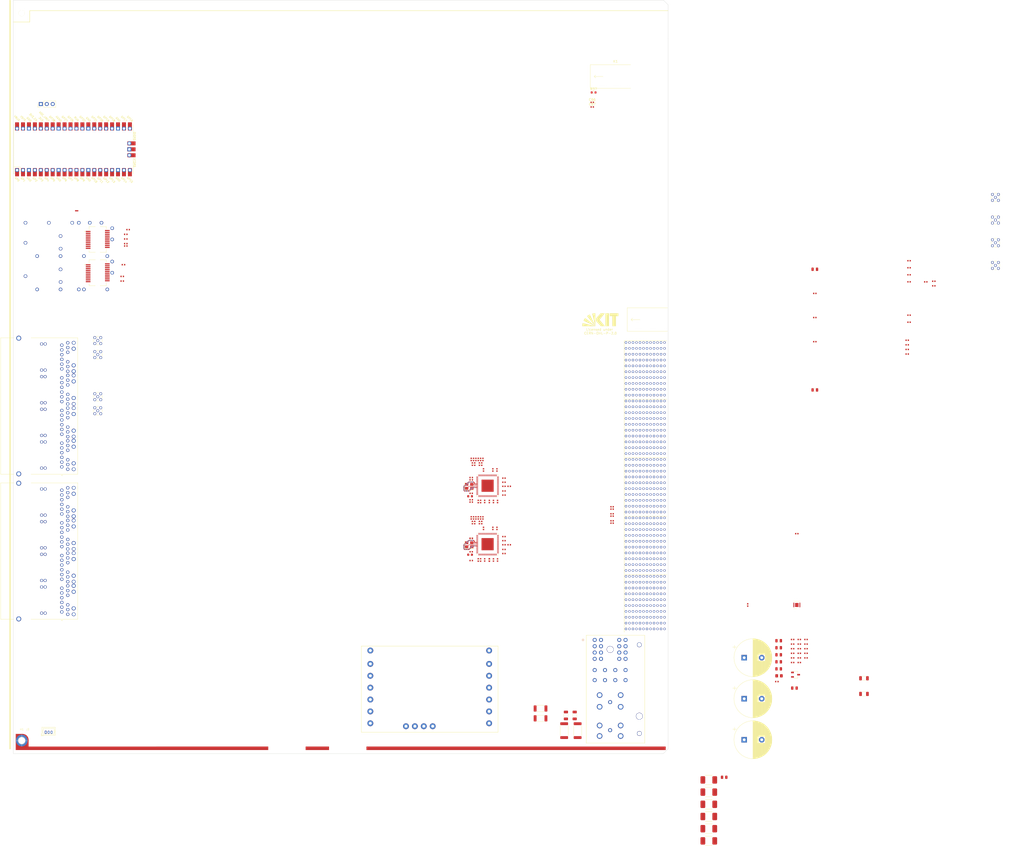
<source format=kicad_pcb>
(kicad_pcb (version 20221018) (generator pcbnew)
  (title_block (title "ATCA FBA Template") (date "2023-01-05") (rev "1.0") (company "Karlsruhe Institute of Technology (KIT)") (comment 1 "Carsten Schmerbeck") (comment 2 "Luis Ardila") (comment 4 "Licensed under CERN-OHL-P v2"))
  (layers (0 "F.Cu" signal) (1 "In1.Cu" power "In1_GND.Cu") (2 "In2.Cu" signal) (3 "In3.Cu" power "In3_GND.Cu") (4 "In4.Cu" signal) (5 "In5.Cu" power "In5_PWR.Cu") (6 "In6.Cu" power "In6_PWR.Cu") (7 "In7.Cu" signal) (8 "In8.Cu" power "In8_GND.Cu") (9 "In9.Cu" signal) (10 "In10.Cu" power "In10_GND.Cu") (31 "B.Cu" signal) (34 "B.Paste" user) (35 "F.Paste" user) (36 "B.SilkS" user "B.Silkscreen") (37 "F.SilkS" user "F.Silkscreen") (38 "B.Mask" user) (39 "F.Mask" user) (44 "Edge.Cuts" user))
  (net 0 "")
  (net 64 "GND")
  (net 65 "GNDPWR")
  (net 67 "/Z2_FI3.TCDS2_RX_P")
  (net 68 "/J22/TCDS2_RX_P")
  (net 69 "/J22/TCDS2_RX_N")
  (net 70 "/Z2_FI3.10GbE_RX_P")
  (net 71 "/J22/10GbE_RX_P")
  (net 72 "/Z2_FI3.10GbE_RX_N")
  (net 73 "/J22/10GbE_RX_N")
  (net 74 "/Z2_FI3.LVDS_RX_P")
  (net 75 "/J22/LVDS_RX_P")
  (net 76 "/Z2_FI3.LVDS_RX_N")
  (net 77 "/J22/LVDS_RX_N")
  (net 78 "/Z2_FI13.TCDS2_P")
  (net 79 "/Z2_FI13.TCDS2_N")
  (net 80 "/Z2_FI13.LHC_CLK_HQ_P")
  (net 81 "/Z2_FI13.LHC_CLK_HQ_N")
  (net 82 "/Z2_FI13.LHC_CLK_P")
  (net 83 "/Z2_FI13.LHC_CLK_N")
  (net 84 "/Z2_FI13.10GbE_P")
  (net 85 "/Z2_FI13.10GbE_N")
  (net 86 "/Z2_FI13.LVDS_P")
  (net 87 "/Z2_FI13.LVDS_N")
  (net 88 "/Z2_FI12.TCDS2_P")
  (net 89 "/Z2_FI12.TCDS2_N")
  (net 90 "/Z2_FI12.LHC_CLK_HQ_P")
  (net 91 "/Z2_FI12.LHC_CLK_HQ_N")
  (net 92 "/Z2_FI12.LHC_CLK_P")
  (net 93 "/Z2_FI12.LHC_CLK_N")
  (net 94 "/Z2_FI12.10GbE_P")
  (net 95 "/Z2_FI12.10GbE_N")
  (net 96 "/Z2_FI12.LVDS_P")
  (net 97 "/Z2_FI12.LVDS_N")
  (net 98 "/Z2_FI11.TCDS2_P")
  (net 99 "/Z2_FI11.TCDS2_N")
  (net 100 "/Z2_FI11.LHC_CLK_HQ_P")
  (net 101 "/Z2_FI11.LHC_CLK_HQ_N")
  (net 102 "/Z2_FI11.LHC_CLK_P")
  (net 103 "/Z2_FI11.LHC_CLK_N")
  (net 104 "/Z2_FI11.10GbE_P")
  (net 105 "/Z2_FI11.10GbE_N")
  (net 106 "/Z2_FI11.LVDS_P")
  (net 107 "/Z2_FI11.LVDS_N")
  (net 108 "/Z2_FI10.TCDS2_P")
  (net 109 "/Z2_FI10.TCDS2_N")
  (net 110 "/Z2_FI10.LHC_CLK_HQ_P")
  (net 111 "/Z2_FI10.LHC_CLK_HQ_N")
  (net 112 "/Z2_FI10.LHC_CLK_P")
  (net 113 "/Z2_FI10.LHC_CLK_N")
  (net 114 "/Z2_FI10.10GbE_P")
  (net 115 "/Z2_FI10.10GbE_N")
  (net 116 "/Z2_FI10.LVDS_P")
  (net 117 "/Z2_FI10.LVDS_N")
  (net 118 "/Z2_FI9.TCDS2_P")
  (net 119 "/Z2_FI9.TCDS2_N")
  (net 120 "/Z2_FI9.LHC_CLK_HQ_P")
  (net 121 "/Z2_FI9.LHC_CLK_HQ_N")
  (net 122 "/Z2_FI9.LHC_CLK_P")
  (net 123 "/Z2_FI9.LHC_CLK_N")
  (net 124 "/Z2_FI9.10GbE_P")
  (net 125 "/Z2_FI9.10GbE_N")
  (net 126 "/Z2_FI9.LVDS_P")
  (net 127 "/Z2_FI9.LVDS_N")
  (net 128 "/Z2_FI8.TCDS2_P")
  (net 129 "/Z2_FI8.TCDS2_N")
  (net 130 "/Z2_FI8.LHC_CLK_HQ_P")
  (net 131 "/Z2_FI8.LHC_CLK_HQ_N")
  (net 132 "/Z2_FI8.LHC_CLK_P")
  (net 133 "/Z2_FI8.LHC_CLK_N")
  (net 134 "/Z2_FI8.10GbE_P")
  (net 135 "/Z2_FI8.10GbE_N")
  (net 136 "/Z2_FI8.LVDS_P")
  (net 137 "/Z2_FI8.LVDS_N")
  (net 138 "/Z2_FI7.TCDS2_P")
  (net 139 "/Z2_FI7.TCDS2_N")
  (net 140 "/Z2_FI7.LHC_CLK_HQ_P")
  (net 141 "/Z2_FI7.LHC_CLK_HQ_N")
  (net 142 "/Z2_FI7.LHC_CLK_P")
  (net 143 "/Z2_FI7.LHC_CLK_N")
  (net 144 "/Z2_FI7.10GbE_P")
  (net 145 "/Z2_FI7.10GbE_N")
  (net 146 "/Z2_FI7.LVDS_P")
  (net 147 "/Z2_FI7.LVDS_N")
  (net 148 "/Z2_FI6.TCDS2_P")
  (net 149 "/Z2_FI6.TCDS2_N")
  (net 150 "/Z2_FI6.LHC_CLK_HQ_P")
  (net 151 "/Z2_FI6.LHC_CLK_HQ_N")
  (net 152 "/Z2_FI6.LHC_CLK_P")
  (net 153 "/Z2_FI6.LHC_CLK_N")
  (net 154 "/Z2_FI6.10GbE_P")
  (net 155 "/Z2_FI6.10GbE_N")
  (net 156 "/Z2_FI6.LVDS_P")
  (net 157 "/Z2_FI6.LVDS_N")
  (net 158 "/Z2_FI5.TCDS2_P")
  (net 159 "/Z2_FI5.TCDS2_N")
  (net 160 "/Z2_FI5.LHC_CLK_HQ_P")
  (net 161 "/Z2_FI5.LHC_CLK_HQ_N")
  (net 162 "/Z2_FI5.LHC_CLK_P")
  (net 163 "/Z2_FI5.LHC_CLK_N")
  (net 164 "/Z2_FI5.10GbE_P")
  (net 165 "/Z2_FI5.10GbE_N")
  (net 166 "/Z2_FI5.LVDS_P")
  (net 167 "/Z2_FI5.LVDS_N")
  (net 168 "/Z2_FI4.TCDS2_P")
  (net 169 "/Z2_FI4.TCDS2_N")
  (net 170 "/Z2_FI4.LHC_CLK_HQ_P")
  (net 171 "/Z2_FI4.LHC_CLK_HQ_N")
  (net 172 "/Z2_FI4.LHC_CLK_P")
  (net 173 "/Z2_FI4.LHC_CLK_N")
  (net 174 "/Z2_FI4.10GbE_P")
  (net 175 "/Z2_FI4.10GbE_N")
  (net 176 "/mech/ESD1")
  (net 177 "/mech/ESD2")
  (net 178 "/Z2_FI4.LVDS_P")
  (net 179 "/Z2_FI4.LVDS_N")
  (net 180 "/Z2_FI3.TCDS2_TX_P")
  (net 181 "/Z2_FI3.TCDS2_TX_N")
  (net 182 "/Z2_FI3.LHC_CLK_HQ_P")
  (net 183 "/Z2_FI3.LHC_CLK_HQ_N")
  (net 184 "/Z2_FI3.LHC_CLK_P")
  (net 185 "/Z2_FI3.LHC_CLK_N")
  (net 186 "/Z2_FI3.10GbE_TX_P")
  (net 187 "/Z2_FI3.10GbE_TX_N")
  (net 188 "/Z2_FI3.LVDS_TX_P")
  (net 189 "/Z2_FI3.LVDS_TX_N")
  (net 190 "/Z2_FI2.TCDS2_P")
  (net 191 "/Z2_FI2.TCDS2_N")
  (net 192 "/Z2_FI2.LHC_CLK_HQ_P")
  (net 193 "/Z2_FI2.LHC_CLK_HQ_N")
  (net 194 "/Z2_FI2.LHC_CLK_P")
  (net 195 "/Z2_FI2.LHC_CLK_N")
  (net 196 "/Z2_FI2.10GbE_P")
  (net 197 "/Z2_FI2.10GbE_N")
  (net 198 "/Z2_FI2.LVDS_P")
  (net 199 "/Z2_FI2.LVDS_N")
  (net 200 "/Z2_FI1.TCDS2_P")
  (net 201 "/Z2_FI1.TCDS2_N")
  (net 202 "/Z2_FI1.LHC_CLK_HQ_P")
  (net 203 "/Z2_FI1.LHC_CLK_HQ_N")
  (net 204 "/Z2_FI1.LHC_CLK_P")
  (net 205 "/Z2_FI1.LHC_CLK_N")
  (net 206 "/Z2_FI1.10GbE_P")
  (net 207 "/Z2_FI1.10GbE_N")
  (net 208 "/Z2_FI1.LVDS_P")
  (net 209 "/Z2_FI1.LVDS_N")
  (net 210 "/Z2_BI1.A_P")
  (net 211 "/Z2_BI1.A_N")
  (net 212 "/Z2_BI1.B_P")
  (net 213 "/Z2_BI1.B_N")
  (net 214 "/Z2_BI1.C_P")
  (net 215 "/Z2_BI1.C_N")
  (net 216 "/Z2_BI1.D_P")
  (net 217 "/Z2_BI1.D_N")
  (net 218 "/Z2_BI2.A_P")
  (net 219 "/Z2_BI2.A_N")
  (net 220 "/Z2_BI2.B_P")
  (net 221 "/Z2_BI2.B_N")
  (net 222 "/Z2_BI2.C_P")
  (net 223 "/Z2_BI2.C_N")
  (net 224 "/Z2_BI2.D_P")
  (net 225 "/Z2_BI2.D_N")
  (net 226 "/Z2_BI3.A_P")
  (net 227 "/Z2_BI3.A_N")
  (net 228 "/Z2_BI3.B_P")
  (net 229 "/Z2_BI3.B_N")
  (net 230 "/Z2_BI3.C_P")
  (net 231 "/Z2_BI3.C_N")
  (net 232 "/Z2_BI3.D_P")
  (net 233 "/Z2_BI3.D_N")
  (net 234 "/Z2_BI4.A_P")
  (net 235 "/Z2_BI4.A_N")
  (net 236 "/Z2_BI4.B_P")
  (net 237 "/Z2_BI4.B_N")
  (net 238 "/Z2_BI4.C_P")
  (net 239 "/Z2_BI4.C_N")
  (net 240 "/Z2_BI4.D_P")
  (net 241 "/Z2_BI4.D_N")
  (net 242 "/Z2_BI5.A_P")
  (net 243 "/Z2_BI5.A_N")
  (net 244 "/Z2_BI5.B_P")
  (net 245 "/Z2_BI5.B_N")
  (net 246 "/Z2_BI5.C_P")
  (net 247 "/Z2_BI5.C_N")
  (net 248 "/Z2_BI5.D_P")
  (net 249 "/Z2_BI5.D_N")
  (net 250 "/Z2_BI6.A_P")
  (net 251 "/Z2_BI6.A_N")
  (net 252 "/Z2_BI6.B_P")
  (net 253 "/Z2_BI6.B_N")
  (net 254 "/Z2_BI6.C_P")
  (net 255 "/Z2_BI6.C_N")
  (net 256 "/Z2_BI6.D_P")
  (net 257 "/Z2_BI6.D_N")
  (net 258 "/Z2_BI7.A_P")
  (net 259 "/Z2_BI7.A_N")
  (net 260 "/Z2_BI7.B_P")
  (net 261 "/Z2_BI7.B_N")
  (net 262 "/Z2_BI7.C_P")
  (net 263 "/Z2_BI7.C_N")
  (net 264 "/Z2_BI7.D_P")
  (net 265 "/Z2_BI7.D_N")
  (net 266 "/Z2_BI8.A_P")
  (net 267 "/Z2_BI8.A_N")
  (net 268 "/Z2_BI8.B_P")
  (net 269 "/Z2_BI8.B_N")
  (net 270 "/Z2_BI8.C_P")
  (net 271 "/Z2_BI8.C_N")
  (net 272 "/Z2_BI8.D_P")
  (net 273 "/Z2_BI8.D_N")
  (net 276 "Net-(C7-Pad2)")
  (net 277 "/LHC_CLK/IN0_P")
  (net 279 "/LHC_CLK/IN0_N")
  (net 280 "Net-(C10-Pad2)")
  (net 281 "/LHC_CLK/IN3_P")
  (net 282 "/LHC_CLK/IN3_N")
  (net 283 "+1V8")
  (net 284 "/LHC_CLK/+VDDA")
  (net 285 "Net-(C26-Pad2)")
  (net 286 "Net-(C27-Pad2)")
  (net 289 "/LHC_CLK_HQ/IN0_P")
  (net 290 "/LHC_CLK_HQ/IN0_N")
  (net 291 "/LHC_CLK_HQ/FB_CLK_P")
  (net 292 "/LHC_CLK_HQ/IN3_P")
  (net 293 "/LHC_CLK_HQ/FB_CLK_N")
  (net 294 "/LHC_CLK_HQ/IN3_N")
  (net 295 "/LHC_CLK_HQ/+VDDA")
  (net 296 "Net-(U5-SS)")
  (net 297 "Net-(J1A-TRCT1_1)")
  (net 298 "Net-(J1A-TRCT2_1)")
  (net 299 "Net-(J1A-TRCT3_1)")
  (net 300 "Net-(J1A-TRCT4_1)")
  (net 302 "/ATCA_Z1/PIM400_VRET_A")
  (net 304 "/ATCA_Z1/PIM400_-48V_A")
  (net 305 "/ATCA_Z1/PIM400_VRET_B")
  (net 306 "/ATCA_Z1/PIM400_-48V_B")
  (net 308 "/ATCA_Z1/PIM400_Shield_Plane")
  (net 398 "Net-(J1B-TRCT1_2)")
  (net 399 "+5V")
  (net 400 "Net-(J1B-TRCT2_2)")
  (net 401 "Net-(J1B-TRCT3_2)")
  (net 402 "Net-(J1B-TRCT4_2)")
  (net 403 "Net-(J1D-TRCT1_4)")
  (net 404 "Net-(J1D-TRCT2_4)")
  (net 405 "Net-(J1D-TRCT3_4)")
  (net 406 "Net-(J1D-TRCT4_4)")
  (net 407 "Net-(J1C-TRCT1_3)")
  (net 408 "Net-(J1C-TRCT2_3)")
  (net 409 "Net-(J1C-TRCT3_3)")
  (net 410 "/ATCA_Z1/V_HLDP")
  (net 411 "Net-(J1C-TRCT4_3)")
  (net 412 "Net-(J2A-TRCT1_1)")
  (net 413 "Net-(J2A-TRCT2_1)")
  (net 414 "Net-(J2A-TRCT3_1)")
  (net 415 "Net-(J2A-TRCT4_1)")
  (net 416 "Net-(J2B-TRCT1_2)")
  (net 417 "Net-(J2B-TRCT2_2)")
  (net 418 "Net-(J2B-TRCT3_2)")
  (net 419 "Net-(J2B-TRCT4_2)")
  (net 420 "Net-(J2D-TRCT1_4)")
  (net 421 "Net-(J2D-TRCT2_4)")
  (net 422 "Net-(J2D-TRCT3_4)")
  (net 423 "Net-(J2D-TRCT4_4)")
  (net 424 "Net-(J2C-TRCT1_3)")
  (net 425 "Net-(J2C-TRCT2_3)")
  (net 426 "Net-(J2C-TRCT3_3)")
  (net 427 "Net-(J2C-TRCT4_3)")
  (net 428 "/SFP+/SC_SFP+_1.TX_FAULT_1")
  (net 429 "/SFP+/SC_SFP+_1.TX_DISABLE_1")
  (net 430 "/ATCA_Z1/SC_PIM.SDA")
  (net 431 "/ATCA_Z1/SC_PIM.SCL")
  (net 432 "/SFP+/SC_SFP+_1.MOD_ABS_1")
  (net 433 "/SFP+/SC_SFP+_1.RX_LOS_1")
  (net 434 "/SFP+/SC_SFP+_2.TX_FAULT_2")
  (net 435 "/SFP+/SC_SFP+_2.TX_DISABLE_2")
  (net 436 "/SFP+/SC_SFP+_2.MOD_ABS_2")
  (net 437 "/SFP+/SC_SFP+_1.RX_LOS_2")
  (net 438 "/ATCA_Z1/Z1_EN_B")
  (net 439 "/ATCA_Z1/Z1_EN_A")
  (net 440 "Net-(Q5-G)")
  (net 441 "Net-(J17-Pin_2)")
  (net 442 "Net-(Q5-S)")
  (net 443 "Net-(U4-TRIM_HLDP)")
  (net 444 "/ATCA_Z1/SC_PIM.Alarm")
  (net 445 "/rpi-pico/SC_SFP+_1.MOD_ABS")
  (net 446 "/rpi-pico/SC_SFP+_1.RX_LOS")
  (net 447 "/rpi-pico/SC_SFP+_1.TX_DISABLE")
  (net 448 "/rpi-pico/SC_SFP+_1.TX_FAULT")
  (net 449 "/rpi-pico/SC_SFP+_2.MOD_ABS")
  (net 450 "/rpi-pico/SC_SFP+_2.RX_LOS")
  (net 451 "/rpi-pico/SC_SFP+_2.TX_DISABLE")
  (net 484 "/rpi-pico/SC_SFP+_2.TX_FAULT")
  (net 485 "Net-(U5-SENSE)")
  (net 486 "/ATCA_Z1/PIM400_EN_A")
  (net 487 "/ATCA_Z1/PIM400_EN_B")
  (net 488 "Net-(U4-I2C_ADDR)")
  (net 491 "FP_HANDLE")
  (net 493 "+3V3_STBY")
  (net 526 "Net-(U1-A0{slash}~{CS})")
  (net 527 "Net-(U1-A1{slash}SDO)")
  (net 528 "/LHC_CLK/CLK_IN_P")
  (net 529 "/LHC_CLK/CLK_IN_N")
  (net 530 "Net-(U1-I2C_SEL)")
  (net 533 "Net-(U1-IN_SEL1)")
  (net 534 "Net-(U1-IN_SEL0)")
  (net 536 "Net-(U2-I2C_SEL)")
  (net 537 "Net-(U2-IN_SEL1)")
  (net 538 "Net-(U2-A1{slash}SDO)")
  (net 539 "Net-(U2-IN_SEL0)")
  (net 540 "Net-(U2-A0{slash}~{CS})")
  (net 541 "/LHC_CLK/X1_guardring")
  (net 542 "Net-(U1-XA)")
  (net 543 "Net-(U1-XB)")
  (net 546 "/LHC_CLK/SC_PLL.INTR")
  (net 547 "/LHC_CLK/SC_PLL.FDEC")
  (net 548 "/LHC_CLK/SC_PLL.LOL")
  (net 549 "/LHC_CLK/SC_PLL.FINC")
  (net 550 "/LHC_CLK_HQ/SC_PLL.RST")
  (net 551 "/LHC_CLK_HQ/X1_guardring")
  (net 552 "Net-(U2-XA)")
  (net 553 "Net-(U2-XB)")
  (net 554 "/LHC_CLK_HQ/SC_PLL.OE")
  (net 555 "/LHC_CLK_HQ/SC_PLL.INTR")
  (net 556 "/LHC_CLK_HQ/SC_PLL.FDEC")
  (net 557 "/LHC_CLK_HQ/SC_PLL.LOL")
  (net 558 "/LHC_CLK_HQ/SC_PLL.FINC")
  (net 559 "/LHC_CLK/SC_PLL.SDA")
  (net 560 "/LHC_CLK/SC_PLL.SCL")
  (net 561 "/LHC_CLK/SC_PLL.OE")
  (net 562 "/LHC_CLK/FB_CLK_N")
  (net 563 "/LHC_CLK/FB_CLK_P")
  (net 564 "/LHC_CLK/SC_PLL.RST")
  (net 565 "/LHC_CLK_HQ/CLK_IN_P")
  (net 566 "/LHC_CLK_HQ/CLK_IN_N")
  (net 567 "/Z2_FI3.TCDS2_RX_N")
  (net 568 "+3V3")
  (net 580 "/ATCA_Z1/BUS_N")
  (net 581 "/ATCA_Z1/Z1_VRTN_A")
  (net 582 "/ATCA_Z1/Z1_VRTN_B")
  (net 583 "/ATCA_Z1/Z1_EARLY_A")
  (net 584 "/ATCA_Z1/Z1_EARLY_B")
  (net 585 "/ATCA_Z1/Z1_-48V_A")
  (net 586 "/ATCA_Z1/Z1_-48V_B")
  (net 587 "/ATCA_Z1/BUS_P")
  (footprint "project:81-300-00" (layer "F.Cu") (at 100 38.85)
    (fp_text reference "H2" hide)
    (fp_text value "Handle")
  )
  (footprint "project:TE_1766500-1" (layer "F.Cu") (at 345.06 306.95 90)
    (fp_text reference "P10" hide)
    (fp_text value "1766500-1")
  )
  (footprint "Resistor_SMD:R_0402_1005Metric" (layer "F.Cu") (at 292.749998 256.75 -90)
    (fp_text reference "R25" hide)
    (fp_text value "50")
  )
  (footprint "Capacitor_SMD:C_0402_1005Metric" (layer "F.Cu") (at 435.445507 312.670005)
    (fp_text reference "C99" hide)
    (fp_text value "100nF")
  )
  (footprint "Resistor_SMD:R_0402_1005Metric" (layer "F.Cu") (at 293.749998 256.75 -90)
    (fp_text reference "R24" hide)
    (fp_text value "50")
  )
  (footprint "Connector_Coaxial:MMCX_Molex_73415-1471_Vertical" (layer "F.Cu") (at 516.458599 146.774805 90)
    (fp_text reference "J10" hide)
    (fp_text value "Conn_Coaxial")
  )
  (footprint "Capacitor_SMD:C_0402_1005Metric" (layer "F.Cu") (at 479.518599 171.054805)
    (fp_text reference "C69" hide)
    (fp_text value "100nF")
  )
  (footprint "Capacitor_SMD:C_0402_1005Metric" (layer "F.Cu") (at 303.249998 259.25 -90)
    (fp_text reference "C40" hide)
    (fp_text value "0.1uF")
  )
  (footprint "Capacitor_SMD:C_0402_1005Metric" (layer "F.Cu") (at 293.249998 229.76 -90)
    (fp_text reference "C7" hide)
    (fp_text value "0.1uF")
  )
  (footprint "Capacitor_SMD:C_0402_1005Metric" (layer "F.Cu") (at 478.728599 184.674805)
    (fp_text reference "C48" hide)
    (fp_text value "0.1uF")
  )
  (footprint "Capacitor_SMD:C_0402_1005Metric" (layer "F.Cu") (at 293.249998 254.76 -90)
    (fp_text reference "C26" hide)
    (fp_text value "0.1uF")
  )
  (footprint "Capacitor_SMD:C_0805_2012Metric" (layer "F.Cu") (at 423.745507 310.290005)
    (fp_text reference "C77" hide)
    (fp_text value "20nF")
  )
  (footprint "project:Key_K1_K2_TE_1-1469373-1" (layer "F.Cu") (at 369.93 167.45)
    (fp_text reference "K2" hide)
    (fp_text value "Key_K1_K2_TE_1-1469373-1")
  )
  (footprint "Capacitor_SMD:C_0402_1005Metric" (layer "F.Cu") (at 429.705507 314.640005)
    (fp_text reference "C88" hide)
    (fp_text value "100nF")
  )
  (footprint "Capacitor_SMD:C_0402_1005Metric" (layer "F.Cu") (at 303.499998 247.75 90)
    (fp_text reference "C14" hide)
    (fp_text value "0.1uF")
  )
  (footprint "Resistor_SMD:R_2512_6332Metric" (layer "F.Cu") (at 337.749998 345.750005 90)
    (fp_text reference "R41" hide)
    (fp_text value "15")
  )
  (footprint "Capacitor_SMD:C_0402_1005Metric" (layer "F.Cu") (at 432.575507 316.610005)
    (fp_text reference "C95" hide)
    (fp_text value "100nF")
  )
  (footprint "project:NPTH_2.7_7_Keepout" (layer "F.Cu") (at 348.23 300.45)
    (fp_text reference "H5" hide)
    (fp_text value "MountingHole")
  )
  (footprint "Capacitor_SMD:C_0402_1005Metric" (layer "F.Cu") (at 439.203499 169.064305)
    (fp_text reference "C53" hide)
    (fp_text value "100nF")
  )
  (footprint "Capacitor_SMD:C_0402_1005Metric" (layer "F.Cu") (at 439.203499 179.386105)
    (fp_text reference "C54" hide)
    (fp_text value "100nF")
  )
  (footprint "Capacitor_SMD:C_0402_1005Metric" (layer "F.Cu") (at 299.999998 247.75 90)
    (fp_text reference "C22" hide)
    (fp_text value "0.1uF")
  )
  (footprint "project:NPTH_2.7_7_Keepout" (layer "F.Cu") (at 100.499998 303.920005)
    (fp_text reference "H4" hide)
    (fp_text value "MountingHole")
  )
  (footprint "Capacitor_SMD:C_0402_1005Metric" (layer "F.Cu") (at 306.249998 270 180)
    (fp_text reference "C42" hide)
    (fp_text value "0.1uF")
  )
  (footprint "Capacitor_SMD:C_0402_1005Metric" (layer "F.Cu") (at 435.445507 314.640005)
    (fp_text reference "C100" hide)
    (fp_text value "100nF")
  )
  (footprint "Capacitor_SMD:C_0402_1005Metric" (layer "F.Cu") (at 486.658599 153.804805)
    (fp_text reference "C70" hide)
    (fp_text value "100nF")
  )
  (footprint "Package_DFN_QFN:QFN-64-1EP_9x9mm_P0.5mm_EP5.2x5.2mm" (layer "F.Cu") (at 299.249998 266)
    (fp_text reference "U2" hide)
    (fp_text value "Si5395")
  )
  (footprint "Resistor_SMD:R_0402_1005Metric" (layer "F.Cu") (at 295.749998 256.75 -90)
    (fp_text reference "R27" hide)
    (fp_text value "50")
  )
  (footprint "Capacitor_SMD:C_0402_1005Metric" (layer "F.Cu") (at 292.249998 269.25)
    (fp_text reference "C35" hide)
    (fp_text value "0.1uF")
  )
  (footprint "Capacitor_SMD:C_0402_1005Metric" (layer "F.Cu") (at 435.445507 310.700005)
    (fp_text reference "C98" hide)
    (fp_text value "100nF")
  )
  (footprint "Resistor_SMD:R_0402_1005Metric" (layer "F.Cu") (at 296.249998 247.75 90)
    (fp_text reference "R17" hide)
    (fp_text value "4.7k")
  )
  (footprint "Capacitor_SMD:C_0402_1005Metric" (layer "F.Cu") (at 478.728599 180.734805)
    (fp_text reference "C46" hide)
    (fp_text value "0.1uF")
  )
  (footprint "Capacitor_SMD:C_0402_1005Metric" (layer "F.Cu") (at 297.249998 254.76 -90)
    (fp_text reference "C30" hide)
    (fp_text value "0.1uF")
  )
  (footprint "Connector_Coaxial:MMCX_Molex_73415-1471_Vertical" (layer "F.Cu") (at 132.499998 178.920005 90)
    (fp_text reference "J4" hide)
    (fp_text value "Conn_Coaxial")
  )
  (footprint "Capacitor_SMD:C_0402_1005Metric" (layer "F.Cu") (at 297.499998 234.25 -90)
    (fp_text reference "C15" hide)
    (fp_text value "0.1uF")
  )
  (footprint "Resistor_SMD:R_0402_1005Metric" (layer "F.Cu") (at 292.249998 263.5)
    (fp_text reference "R31" hide)
    (fp_text value "4.7k")
  )
  (footprint "Resistor_SMD:R_0402_1005Metric" (layer "F.Cu") (at 296.249998 272.75 90)
    (fp_text reference "R34" hide)
    (fp_text value "4.7k")
  )
  (footprint "project:SM2410" (layer "F.Cu") (at 393.859998 382.472005)
    (fp_text reference "F4" hide)
    (fp_text value "1A" hide)
  )
  (footprint "Capacitor_SMD:C_0402_1005Metric" (layer "F.Cu") (at 303.249998 234.25 -90)
    (fp_text reference "C25" hide)
    (fp_text value "0.1uF")
  )
  (footprint "Resistor_SMD:R_0402_1005Metric" (layer "F.Cu") (at 142.989998 151.470005)
    (fp_text reference "R9" hide)
    (fp_text value "4.7k")
  )
  (footprint "Resistor_SMD:R_0402_1005Metric" (layer "F.Cu") (at 292.249998 247)
    (fp_text reference "R21" hide)
    (fp_text value "4.7k")
  )
  (footprint "project:TE_1888247-1" (layer "F.Cu") (at 132.499998 154.710005 -90)
    (fp_text reference "J7" hide)
    (fp_text value "SFP+")
  )
  (footprint "Capacitor_SMD:C_0805_2012Metric" (layer "F.Cu") (at 439.203499 148.420705)
    (fp_text reference "C49" hide)
    (fp_text value "22uF")
  )
  (footprint "project:TE_6469001-1" (layer "F.Cu") (at 374.93 204.75)
    (fp_text reference "J21" hide)
    (fp_text value "TE_64690XX-1_J21")
  )
  (footprint "Capacitor_SMD:C_0402_1005Metric" (layer "F.Cu") (at 432.575507 306.760005)
    (fp_text reference "C90" hide)
    (fp_text value "100nF")
  )
  (footprint "Resistor_SMD:R_0402_1005Metric" (layer "F.Cu") (at 293.749998 231.75 -90)
    (fp_text reference "R13" hide)
    (fp_text value "50")
  )
  (footprint "project:TE_6469001-1" (layer "F.Cu") (at 374.93 179.75)
    (fp_text reference "J20" hide)
    (fp_text value "TE_64690XX-1_J20")
  )
  (footprint "Resistor_SMD:R_0402_1005Metric" (layer "F.Cu") (at 296.749998 256.75 -90)
    (fp_text reference "R26" hide)
    (fp_text value "50")
  )
  (footprint "Connector_Coaxial:MMCX_Molex_73415-1471_Vertical" (layer "F.Cu") (at 516.458599 137.074805 90)
    (fp_text reference "J11" hide)
    (fp_text value "Conn_Coaxial")
  )
  (footprint "Capacitor_SMD:C_0402_1005Metric" (layer "F.Cu") (at 297.249998 229.76 -90)
    (fp_text reference "C11" hide)
    (fp_text value "0.1uF")
  )
  (footprint "Connector_Coaxial:MMCX_Molex_73415-1471_Vertical" (layer "F.Cu") (at 132.499998 208.920005 90)
    (fp_text reference "J9" hide)
    (fp_text value "Conn_Coaxial")
  )
  (footprint "project:ESD_Strip" (layer "F.Cu") (at 100 350)
    (fp_text reference "J3")
    (fp_text value "ESD_strip_bottom")
  )
  (footprint "Resistor_SMD:R_0402_1005Metric" (layer "F.Cu") (at 295.249998 247.75 90)
    (fp_text reference "R18" hide)
    (fp_text value "4.7k")
  )
  (footprint "project:TE_6469001-1" (layer "F.Cu") (at 374.93 254.75)
    (fp_text reference "J23" hide)
    (fp_text value "TE_64690XX-1_J23")
  )
  (footprint "Capacitor_SMD:C_0402_1005Metric" (layer "F.Cu") (at 301.499998 234.25 -90)
    (fp_text reference "C24" hide)
    (fp_text value "0.1uF")
  )
  (footprint "Crystal:Crystal_SMD_3225-4Pin_3.2x2.5mm" (layer "F.Cu") (at 291.399998 241.25)
    (fp_text reference "X1" hide)
    (fp_text value "CX3225SB")
  )
  (footprint "Capacitor_SMD:C_0402_1005Metric" (layer "F.Cu") (at 297.999998 247.73 90)
    (fp_text reference "C21" hide)
    (fp_text value "0.1uF")
  )
  (footprint "Capacitor_SMD:C_0402_1005Metric" (layer "F.Cu") (at 479.518599 144.764805)
    (fp_text reference "C71" hide)
    (fp_text value "100nF")
  )
  (footprint "Resistor_SMD:R_0805_2012Metric_Pad1.20x1.40mm_HandSolder" (layer "F.Cu") (at 423.895507 322.300005)
    (fp_text reference "R7" hide)
    (fp_text value "2k2")
  )
  (footprint "Resistor_SMD:R_0402_1005Metric" (layer "F.Cu") (at 292.749998 231.75 -90)
    (fp_text reference "R14" hide)
    (fp_text value "50")
  )
  (footprint "project:PIM400KZ" (layer "F.Cu") (at 299.899998 342.605005 180)
    (fp_text reference "U4" hide)
    (fp_text value "PIM400KZ")
  )
  (footprint "Package_DFN_QFN:QFN-64-1EP_9x9mm_P0.5mm_EP5.2x5.2mm" (layer "F.Cu") (at 299.249998 241)
    (fp_text reference "U1" hide)
    (fp_text value "Si5395")
  )
  (footprint "Connector_Coaxial:MMCX_Molex_73415-1471_Vertical" (layer "F.Cu") (at 516.458599 117.674805 90)
    (fp_text reference "J13" hide)
    (fp_text value "Conn_Coaxial")
  )
  (footprint "Capacitor_SMD:C_0402_1005Metric" (layer "F.Cu") (at 301.499998 259.25 -90)
    (fp_text reference "C41" hide)
    (fp_text value "0.1uF")
  )
  (footprint "Capacitor_THT:CP_Radial_D16.0mm_P7.50mm" (layer "F.Cu") (at 408.999998 332.100005)
    (fp_text reference "C80" hide)
    (fp_text value "100uF")
  )
  (footprint "Capacitor_SMD:C_0402_1005Metric" (layer "F.Cu") (at 296.249998 254.76 -90)
    (fp_text reference "C27" hide)
    (fp_text value "0.1uF")
  )
  (footprint "Package_TO_SOT_SMD:TSOT-23" (layer "F.Cu") (at 430.965507 321.820005)
    (fp_text reference "Q5" hide)
    (fp_text value "DMG2305UX")
  )
  (footprint "Capacitor_SMD:C_0402_1005Metric" (layer "F.Cu") (at 294.249998 229.76 -90)
    (fp_text reference "C8" hide)
    (fp_text value "0.1uF")
  )
  (footprint "Capacitor_SMD:C_1206_3216Metric" (layer "F.Cu") (at 460.229998 323.350005)
    (fp_text reference "C58" hide)
    (fp_text value "2.2uF")
  )
  (footprint "Capacitor_SMD:C_1206_3216Metric" (layer "F.Cu") (at 336.499998 339.250005 90)
    (fp_text reference "C59" hide)
    (fp_text value "2.2uF")
  )
  (footprint "Capacitor_SMD:C_0402_1005Metric" (layer "F.Cu") (at 352.499998 251.000005)
    (fp_text reference "C1" hide)
    (fp_text value "0.1uF")
  )
  (footprint "Resistor_SMD:R_0603_1608Metric" (layer "F.Cu") (at 344.589998 72.790005)
    (fp_text reference "R37")
    (fp_text value "10k")
  )
  (footprint "project:KIT_LOGO" (layer "F.Cu") (at 347.499998 170.000005)
    (fp_text reference "G1" hide)
    (fp_text value "KIT_LOGO" hide)
  )
  (footprint "Capacitor_SMD:C_1206_3216Metric" (layer "F.Cu") (at 332.749998 339.250005 90)
    (fp_text reference "C57" hide)
    (fp_text value "2.2uF")
  )
  (footprint "Capacitor_SMD:C_0402_1005Metric" (layer "F.Cu") (at 296.249998 229.76 -90)
    (fp_text reference "C10" hide)
    (fp_text value "0.1uF")
  )
  (footprint "Capacitor_SMD:C_0402_1005Metric" (layer "F.Cu") (at 478.728599 182.704805)
    (fp_text reference "C47" hide)
    (fp_text value "0.1uF")
  )
  (footprint "Capacitor_SMD:C_1206_3216Metric" (layer "F.Cu") (at 460.229998 330.050005)
    (fp_text reference "C60" hide)
    (fp_text value "2.2uF")
  )
  (footprint "Capacitor_THT:CP_Radial_D16.0mm_P7.50mm" (layer "F.Cu") (at 408.999998 314.550005)
    (fp_text reference "C79" hide)
    (fp_text value "100uF")
  )
  (footprint "Capacitor_SMD:C_0402_1005Metric" (layer "F.Cu") (at 429.705507 316.610005)
    (fp_text reference "C89" hide)
    (fp_text value "100nF")
  )
  (footprint "Resistor_SMD:R_0402_1005Metric" (layer "F.Cu") (at 144.499998 137.450005)
    (fp_text reference "R3" hide)
    (fp_text value "4.7k")
  )
  (footprint "Capacitor_SMD:C_0402_1005Metric" (layer "F.Cu") (at 432.575507 310.700005)
    (fp_text reference "C92" hide)
    (fp_text value "100nF")
  )
  (footprint "Resistor_SMD:R_0402_1005Metric" (layer "F.Cu") (at 144.499998 135.460005)
    (fp_text reference "R2" hide)
    (fp_text value "4.7k")
  )
  (footprint "Resistor_SMD:R_2512_6332Metric" (layer "F.Cu") (at 331.999998 345.750005 90)
    (fp_text reference "R42" hide)
    (fp_text value "15")
  )
  (footprint "Resistor_SMD:R_0402_1005Metric" (layer "F.Cu") (at 142.989998 153.460005)
    (fp_text reference "R10" hide)
    (fp_text value "4.7k")
  )
  (footprint "Capacitor_SMD:C_0402_1005Metric" (layer "F.Cu") (at 432.575507 312.670005)
    (fp_text reference "C93" hide)
    (fp_text value "100nF")
  )
  (footprint "Capacitor_SMD:C_0402_1005Metric" (layer "F.Cu") (at 306.249998 245 180)
    (fp_text reference "C17" hide)
    (fp_text value "0.1uF")
  )
  (footprint "Capacitor_SMD:C_0805_2012Metric" (layer "F.Cu") (at 430.495507 327.550005)
    (fp_text reference "C51" hide)
    (fp_text value "22uF")
  )
  (footprint "Capacitor_SMD:C_0402_1005Metric" (layer "F.Cu") (at 352.499998 254.000005)
    (fp_text reference "C4" hide)
    (fp_text value "0.1uF")
  )
  (footprint "project:TE_1888247-1" (layer "F.Cu") (at 132.499998 140.460005 -90)
    (fp_text reference "J6" hide)
    (fp_text value "SFP+")
  )
  (footprint "Capacitor_SMD:C_0402_1005Metric" (layer "F.Cu") (at 292.249998 244.25)
    (fp_text reference "C16" hide)
    (fp_text value "0.1uF")
  )
  (footprint "Connector_PinHeader_2.54mm:PinHeader_1x03_P2.54mm_Vertical" (layer "F.Cu") (at 108.169998 77.750005 90)
    (fp_text reference "J17" hide)
    (fp_text value "Conn_01x03_Pin")
  )
  (footprint "project:Key_K1_K2_TE_1-1469373-1" (layer "F.Cu") (at 354.144998 63.475005)
    (fp_text reference "K1")
    (fp_text value "Key_K1_K2_TE_1-1469373-1")
  )
  (footprint "Resistor_SMD:R_2010_5025Metric" (layer "F.Cu") (at 321.887498 340.490005)
    (fp_text reference "R12" hide)
    (fp_text value "10M 2kV")
  )
  (footprint "Capacitor_SMD:C_0805_2012Metric" (layer "F.Cu") (at 423.745507 307.280005)
    (fp_text reference "C61" hide)
    (fp_text value "20nF")
  )
  (footprint "project:SM2410" (layer "F.Cu") (at 393.859998 366.830005)
    (fp_text reference "F1" hide)
    (fp_text value "1A" hide)
  )
  (footprint "Capacitor_SMD:C_0402_1005Metric" (layer "F.Cu") (at 435.445507 308.730005)
    (fp_text reference "C97" hide)
    (fp_text value "100nF")
  )
  (footprint "Capacitor_SMD:C_0402_1005Metric" (layer "F.Cu") (at 297.499998 259.25 -90)
    (fp_text reference "C34" hide)
    (fp_text value "0.1uF")
  )
  (footprint "Capacitor_SMD:C_0402_1005Metric" (layer "F.Cu") (at 479.518599 150.784805)
    (fp_text reference "C75" hide)
    (fp_text value "100nF")
  )
  (footprint "Connector_Coaxial:MMCX_Molex_73415-1471_Vertical" (layer "F.Cu") (at 132.499998 202.920005 90)
    (fp_text reference "J8" hide)
    (fp_text value "Conn_Coaxial")
  )
  (footprint "project:BEL_0826-1X4T-HS-F" (layer "F.Cu") (at 101.895998 206.910005 90)
    (fp_text reference "J2" hide)
    (fp_text value "0826-1X4T-HS-F")
  )
  (footprint "Resistor_SMD:R_0402_1005Metric" (layer "F.Cu") (at 308.499998 241.25 180)
    (fp_text reference "R19" hide)
    (fp_text value "4.7k")
  )
  (footprint "Capacitor_SMD:C_0402_1005Metric" (layer "F.Cu") (at 303.499998 272.75 90)
    (fp_text reference "C33" hide)
    (fp_text value "0.1uF")
  )
  (footprint "Capacitor_SMD:C_0402_1005Metric" (layer "F.Cu") (at 479.518599 147.774805)
    (fp_text reference "C72" hide)
    (fp_text value "100nF")
  )
  (footprint "Resistor_SMD:R_2010_5025Metric" (layer "F.Cu") (at 321.887498 336.280005)
    (fp_text reference "R11" hide)
    (fp_text value "10M 2kV")
  )
  (footprint "Resistor_SMD:R_0805_2012Metric" (layer "F.Cu") (at 400.434998 365.698005)
    (fp_text reference "R35" hide)
    (fp_text value "10k")
  )
  (footprint "Resistor_SMD:R_0402_1005Metric" (layer "F.Cu") (at 144.499998 133.470005)
    (fp_text reference "R1" hide)
    (fp_text value "4.7k")
  )
  (footprint "Capacitor_SMD:C_0402_1005Metric" (layer "F.Cu") (at 306.249998 264.5 180)
    (fp_text reference "C39" hide)
    (fp_text value "0.1uF")
  )
  (footprint "Capacitor_SMD:C_0402_1005Metric" (layer "F.Cu") (at 306.249998 262.75 180)
    (fp_text reference "C32" hide)
    (fp_text value "0.1uF")
  )
  (footprint "Resistor_SMD:R_0402_1005Metric" (layer "F.Cu") (at 295.249998 272.75 90)
    (fp_text reference "R32" hide)
    (fp_text value "4.7k")
  )
  (footprint "Capacitor_SMD:C_0402_1005Metric" (layer "F.Cu") (at 478.728599 178.764805)
    (fp_text reference "C45" hide)
    (fp_text value "0.1uF")
  )
  (footprint "Resistor_SMD:R_0402_1005Metric" (layer "F.Cu") (at 292.249998 263.5)
    (fp_text reference "R33" hide)
    (fp_text value "4.7k")
  )
  (footprint "Capacitor_SMD:C_0805_2012Metric" (layer "F.Cu") (at 423.745507 316.310005)
    (fp_text reference "C82" hide)
    (fp_text value "22uF")
  )
  (footprint "Capacitor_SMD:C_0402_1005Metric" (layer "F.Cu") (at 352.499998 256.000005)
    (fp_text reference "C5" hide)
    (fp_text value "0.1uF")
  )
  (footprint "Resistor_SMD:R_0402_1005Metric" (layer "F.Cu") (at 144.499998 138.460005 180)
    (fp_text reference "R4" hide)
    (fp_text value "4.7k")
  )
  (footprint "Resistor_SMD:R_0402_1005Metric" (layer "F.Cu") (at 308.499998 266.25 180)
    (fp_text reference "R30" hide)
    (fp_text value "4.7k")
  )
  (footprint "Capacitor_THT:CP_Radial_D16.0mm_P7.50mm" (layer "F.Cu") (at 408.999998 349.650005)
    (fp_text reference "C81" hide)
    (fp_text value "100uF")
  )
  (footprint "Resistor_SMD:R_0402_1005Metric" (layer "F.Cu") (at 292.249998 248)
    (fp_text reference "R20" hide)
    (fp_text value "4.7k")
  )
  (footprint "KIT_Connector:Molex_53046-0310" (layer "F.Cu") (at 110.249998 346.450005)
    (fp_text reference "J14" hide)
    (fp_text value "Conn_01x03_Male")
  )
  (footprint "Capacitor_SMD:C_0402_1005Metric" (layer "F.Cu") (at 306.249998 241.25 180)
    (fp_text reference "C20" hide)
    (fp_text value "0.1uF")
  )
  (footprint "Capacitor_SMD:C_0402_1005Metric" (layer "F.Cu") (at 352.499998 250.000005)
    (fp_text reference "C2" hide)
    (fp_text value "0.1uF")
  )
  (footprint "project:TE_6469001-1" (layer "F.Cu") (at 374.93 279.75)
    (fp_text reference "J24" hide)
    (fp_text value "TE_64690XX-1_J24")
  )
  (footprint "Capacitor_SMD:C_0402_1005Metric" (layer "F.Cu") (at 431.499998 261.500005)
    (fp_text reference "C55" hide)
    (fp_text value "100nF")
  )
  (footprint "Capacitor_SMD:C_0402_1005Metric" (layer "F.Cu") (at 294.249998 254.76 -90)
    (fp_text reference "C28" hide)
    (fp_text value "0.1uF")
  )
  (footprint "Capacitor_SMD:C_0402_1005Metric" (layer "F.Cu") (at 292.249998 254.75 -90)
    (fp_text reference "C29" hide)
    (fp_text value "0.1uF")
  )
  (footprint "Capacitor_SMD:C_0402_1005Metric" (layer "F.Cu") (at 301.749998 272.75 90)
    (fp_text reference "C36" hide)
    (fp_text value "0.1uF")
  )
  (footprint "Capacitor_SMD:C_0402_1005Metric" (layer "F.Cu") (at 490.098599 153.534805)
    (fp_text reference "C73" hide)
    (fp_text value "100nF")
  )
  (footprint "Resistor_SMD:R_0402_1005Metric" (layer "F.Cu") (at 295.749998 231.75 -90)
    (fp_text reference "R16" hide)
    (fp_text value "50")
  )
  (footprint "Capacitor_SMD:C_0402_1005Metric" (layer "F.Cu") (at 295.249998 254.75 -90)
    (fp_text reference "C31" hide)
    (fp_text value "0.1uF")
  )
  (footprint "Capacitor_SMD:C_0805_2012Metric" (layer "F.Cu") (at 439.203499 200.029705)
    (fp_text reference "C62" hide)
    (fp_text value "20nF")
  )
  (footprint "Capacitor_SMD:C_0402_1005Metric" (layer "F.Cu") (at 429.705507 306.760005)
    (fp_text reference "C83" hide)
    (fp_text value "100nF")
  )
  (footprint "Capacitor_SMD:C_0402_1005Metric" (layer "F.Cu") (at 439.203499 158.742505)
    (fp_text reference "C52" hide)
    (fp_text value "100nF")
  )
  (footprint "Capacitor_SMD:C_0805_2012Metric" (layer "F.Cu") (at 423.745507 319.320005)
    (fp_text reference "C84" hide)
    (fp_text value "22uF")
  )
  (footprint "Capacitor_SMD:C_0402_1005Metric" (layer "F.Cu") (at 479.518599 168.044805)
    (fp_text reference "C68" hide)
    (fp_text value "100nF")
  )
  (footprint "Resistor_SMD:R_0402_1005Metric" (layer "F.Cu") (at 292.249998 237.5)
    (fp_text reference "R23" hide)
    (fp_text value "4.7k")
  )
  (footprint "Inductor_SMD:L_0603_1608Metric" (layer "F.Cu") (at 291.749998 245.5)
    (fp_text reference "FB1" hide)
    (fp_text value "FerriteBead")
  )
  (footprint "Resistor_SMD:R_0402_1005Metric" (layer "F.Cu") (at 292.249998 238.5)
    (fp_text reference "R22" hide)
    (fp_text value "4.7k")
  )
  (footprint "project:BEL_0826-1X4T-HS-F" (layer "F.Cu") (at 101.895998 268.949005 90)
    (fp_text reference "J1" hide)
    (fp_text value "0826-1X4T-HS-F")
  )
  (footprint "Capacitor_SMD:C_0402_1005Metric" (layer "F.Cu") (at 432.575507 308.730005)
    (fp_text reference "C91" hide)
    (fp_text value "100nF")
  )
  (footprint "Capacitor_SMD:C_0402_1005Metric" (layer "F.Cu") (at 429.705507 310.700005)
    (fp_text reference "C86" hide)
    (fp_text value "100nF")
  )
  (footprint "project:RPi_Pico_SMD_TH" (layer "F.Cu") (at 122.129998 97.110005 90)
    (fp_text reference "U3" hide)
    (fp_text value "Pico")
  )
  (footprint "project:TE_6469001-1" (layer "F.Cu") (at 374.93 229.75)
    (fp_text reference "J22" hide)
    (fp_text value "TE_64690XX-1_J22")
  )
  (footprint "Resistor_SMD:R_0402_1005Metric" (layer "F.Cu") (at 422.975507 324.770005)
    (fp_text reference "R8" hide)
    (fp_text value "4k7")
  )
  (footprint "Capacitor_SMD:C_0402_1005Metric" (layer "F.Cu") (at 429.705507 308.730005)
    (fp_text reference "C85" hide)
    (fp_text value "100nF")
  )
  (footprint "NetTie:NetTie-2_SMD_Pad0.5mm" (layer "F.Cu") (at 123.499998 123.400005)
    (fp_text reference "NT1" hide)
    (fp_text value "Net-Tie_2" hide)
  )
  (footprint "project:SM2410" (layer "F.Cu") (at 393.859998 392.900005)
    (fp_text reference "F6" hide)
    (fp_text value "15A" hide)
  )
  (footprint "Capacitor_SMD:C_0402_1005Metric" (layer "F.Cu") (at 306.249998 237.75 180)
    (fp_text reference "C13" hide)
    (fp_text value "0.1uF")
  )
  (footprint "project:NPTH_2.7_7_Keepout" (layer "F.Cu") (at 100.999998 55.250005)
    (fp_text reference "H3" hide)
    (fp_text value "MountingHole")
  )
  (footprint "project:SM2410" (layer "F.Cu") (at 393.859998 377.258005)
    (fp_text reference "F3" hide)
    (fp_text value "15A" hide)
  )
  (footprint "Capacitor_SMD:C_0402_1005Metric" (layer "F.Cu") (at 490.098599 155.504805)
    (fp_text reference "C74" hide)
    (fp_text value "100nF")
  )
  (footprint "project:SM2410" (layer "F.Cu") (at 393.859998 387.686005)
    (fp_text reference "F5" hide)
    (fp_text value "15A" hide)
  )
  (footprint "Capacitor_SMD:C_0402_1005Metric" (layer "F.Cu") (at 410.499998 292.000005 90)
    (fp_text reference "C50" hide)
    (fp_text value "1nF")
  )
  (footprint "Capacitor_SMD:C_0805_2012Metric" (layer "F.Cu") (at 423.745507 313.300005)
    (fp_text reference "C78" hide)
    (fp_text value "20nF")
  )
  (footprint "KIT_Mechanical:81-301-00" (layer "F.Cu") (at 100 350)
    (fp_text reference "H1")
    (fp_text value "81-088-1")
  )
  (footprint "Connector_Coaxial:MMCX_Molex_73415-1471_Vertical" (layer "F.Cu") (at 132.499998 184.920005 90)
    (fp_text reference "J5" hide)
    (fp_text value "Conn_Coaxial")
  )
  (footprint "Capacitor_SMD:C_0402_1005Metric" (layer "F.Cu") (at 429.705507 312.670005)
    (fp_text reference "C87" hide)
    (fp_text value "100nF")
  )
  (footprint "Capacitor_SMD:C_0402_1005Metric" (layer "F.Cu") (at 344.019998 79.000005)
    (fp_text reference "C67")
    (fp_text value "100nF")
  )
  (footprint "project:TE_2007263-1" (layer "F.Cu") (at 132.499998 140.460005 -90)
    (fp_text reference "J16" hide)
    (fp_text value "TE 2007262-1")
  )
  (footprint "Resistor_SMD:R_0402_1005Metric" (layer "F.Cu") (at 292.249998 273)
    (fp_text reference "R28" hide)
    (fp_text value "4.7k")
  )
  (footprint "Crystal:Crystal_SMD_3225-4Pin_3.2x2.5mm" (layer "F.Cu") (at 291.399998 266.25)
    (fp_text reference "X2" hide)
    (fp_text value "CX3225SB")
  )
  (footprint "Capacitor_SMD:C_0402_1005Metric" (layer "F.Cu") (at 479.518599 153.794805)
    (fp_text reference "C76" hide)
    (fp_text value "100nF")
  )
  (footprint "Capacitor_SMD:C_0402_1005Metric" (layer "F.Cu") (at 352.499998 257.000005)
    (fp_text reference "C6" hide)
    (fp_text value "0.1uF")
  )
  (footprint "Resistor_SMD:R_0402_1005Metric" (layer "F.Cu") (at 143.509998 146.460005)
    (fp_text reference "R6" hide)
    (fp_text value "4.7k")
  )
  (footprint "Resistor_SMD:R_0402_1005Metric" (layer "F.Cu") (at 299.999998 272.75 -90)
    (fp_text reference "R29" hide)
    (fp_text value "4.7k")
  )
  (footprint "Capacitor_SMD:C_0402_1005Metric" (layer "F.Cu") (at 295.249998 229.75 -90)
    (fp_text reference "C12" hide)
    (fp_text value "0.1uF")
  )
  (footprint "Capacitor_SMD:C_0402_1005Metric" (layer "F.Cu") (at 306.249998 266.25 180)
    (fp_text reference "C38" hide)
    (fp_text value "0.1uF")
  )
  (footprint "Capacitor_SMD:C_0402_1005Metric" (layer "F.Cu") (at 306.249998 243.25 180)
    (fp_text reference "C18" hide)
    (fp_text value "0.1uF")
  )
  (footprint "Capacitor_SMD:C_0402_1005Metric" (layer "F.Cu") (at 301.749998 247.75 90)
    (fp_text reference "C23" hide)
    (fp_text value "0.1uF")
  )
  (footprint "Connector_Coaxial:MMCX_Molex_73415-1471_Vertical" (layer "F.Cu") (at 516.458599 127.374805 90)
    (fp_text reference "J12" hide)
    (fp_text value "Conn_Coaxial")
  )
  (footprint "Capacitor_SMD:C_0402_1005Metric" (layer "F.Cu") (at 299.999998 272.75 90)
    (fp_text reference "C43" hide)
    (fp_text value "0.1uF")
  )
  (footprint "project:SM2410" (layer "F.Cu") (at 393.859998 372.044005)
    (fp_text reference "F2" hide)
    (fp_text value "15A" hide)
  )
  (footprint "Capacitor_SMD:C_0402_1005Metric" (layer "F.Cu") (at 306.249998 239.5 180)
    (fp_text reference "C19" hide)
    (fp_text value "0.1uF")
  )
  (footprint "Capacitor_SMD:C_0402_1005Metric" (layer "F.Cu") (at 306.249998 268.25 180)
    (fp_text reference "C37" hide)
    (fp_text value "0.1uF")
  )
  (footprint "Capacitor_SMD:C_0402_1005Metric" (layer "F.Cu") (at 432.575507 314.640005)
    (fp_text reference "C94" hide)
    (fp_text value "100nF")
  )
  (footprint "Resistor_SMD:R_0402_1005Metric" (layer "F.Cu") (at 145.499998 131.460005)
    (fp_text reference "R5" hide)
    (fp_text value "4.7k")
  )
  (footprint "Package_CSP:LFCSP-8-1EP_3x3mm_P0.5mm_EP1.45x1.74mm" (layer "F.Cu") (at 431.499998 292.000005 180)
    (fp_text reference "U5" hide)
    (fp_text value "ADM7172")
  )
  (footprint "Capacitor_SMD:C_0402_1005Metric" (layer "F.Cu") (at 352.499998 253.000005)
    (fp_text reference "C3" hide)
    (fp_text value "0.1uF")
  )
  (footprint "KIT_Mechanical:FrontPanel" (layer "F.Cu") (at 94.999998 193.500005)
    (fp_text reference "A1" hide)
    (fp_text value "FrontPanel")
  )
  (footprint "Capacitor_SMD:C_0402_1005Metric" (layer "F.Cu") (at 297.999998 272.73 90)
    (fp_text reference "C44" hide)
    (fp_text value "0.1uF")
  )
  (footprint "Resistor_SMD:R_0402_1005Metric" (layer "F.Cu") (at 296.749998 231.75 -90)
    (fp_text reference "R15" hide)
    (fp_text value "50")
  )
  (footprint "Capacitor_SMD:C_0402_1005Metric" (layer "F.Cu") (at 435.445507 306.760005)
    (fp_text reference "C96" hide)
    (fp_text value "100nF")
  )
  (footprint "Capacitor_SMD:C_0402_1005Metric" (layer "F.Cu") (at 344.019998 77.030005)
    (fp_text reference "C66")
    (fp_text value "100nF")
  )
  (footprint "Inductor_SMD:L_0603_1608Metric" (layer "F.Cu") (at 291.749998 270.5)
    (fp_text reference "FB2" hide)
    (fp_text value "FerriteBead")
  )
  (footprint "Capacitor_SMD:C_0402_1005Metric" (layer "F.Cu") (at 292.249998 229.75 -90)
    (fp_text reference "C9" hide)
    (fp_text value "0.1uF")
  )
  (gr_line (start 96.429998 42.660005) (end 103.429998 42.660005) (stroke (width 0.2)) (layer "F.SilkS"))
  (gr_line (start 103.429998 42.655005) (end 103.429998 37.795005) (stroke (width 0.2)) (layer "F.SilkS"))
  (gr_line (start 103.429998 37.800005) (end 376.429998 37.800005) (stroke (width 0.2)) (layer "F.SilkS"))
  (gr_line (start 96.429998 355.550005) (end 96.429998 33.300005) (stroke (width 0.1)) (layer "Edge.Cuts"))
  (gr_line (start 376.429998 49.800005) (end 376.429998 35.300005) (stroke (width 0.1)) (layer "Edge.Cuts"))
  (gr_line (start 374.429998 355.550005) (end 376.429998 353.550005) (stroke (width 0.1)) (layer "Edge.Cuts"))
  (gr_line (start 96.429998 355.550005) (end 374.429998 355.550005) (stroke (width 0.1)) (layer "Edge.Cuts"))
  (gr_line (start 376.429998 353.550005) (end 376.429998 144.900005) (stroke (width 0.1)) (layer "Edge.Cuts"))
  (gr_line (start 376.429998 35.300005) (end 374.429998 33.300005) (stroke (width 0.1)) (layer "Edge.Cuts"))
  (gr_line (start 374.429998 33.300005) (end 96.429998 33.300005) (stroke (width 0.1)) (layer "Edge.Cuts"))
  (gr_line (start 376.429998 49.800005) (end 376.429998 144.900005) (stroke (width 0.1)) (layer "Edge.Cuts"))
  (gr_text "Licensed under \nCERN-OHL-P-2.0" (at 347.499998 175.000005) (layer "F.SilkS") (effects (font (size 1 1))))
  (target plus (at 99.999998 350.000005) (size 5) (width 0.1) (layer "Edge.Cuts"))
  (segment (start 297.249998 255.24) (end 297.319998 255.31) (width 0.2) (layer "F.Cu") (net 292))
  (segment (start 295.249998 255.23) (end 295.179998 255.3) (width 0.2) (layer "F.Cu") (net 294))
  (segment (start 289.161399 242.792304) (end 289.161429 242.792334) (width 0.5) (layer "F.Cu") (net 541))
  (segment (start 289.161399 241.29781) (end 289.207618 241.251591) (width 0.5) (layer "F.Cu") (net 541))
  (segment (start 291.032988 239.607654) (end 290.505938 240.134704) (width 0.5) (layer "F.Cu") (net 541))
  (segment (start 293.59919 240.064996) (end 293.7742 240.240006) (width 0.3) (layer "F.Cu") (net 541))
  (segment (start 289.435226 243.207852) (end 289.161429 242.934055) (width 0.5) (layer "F.Cu") (net 541))
  (segment (start 290.667379 243.206985) (end 289.791079 243.206985) (width 0.5) (layer "F.Cu") (net 541))
  (segment (start 291.248737 239.391905) (end 291.769739 239.391905) (width 0.3) (layer "F.Cu") (net 541))
  (segment (start 289.161429 242.934055) (end 289.161429 242.792334) (width 0.5) (layer "F.Cu") (net 541))
  (segment (start 294.759199 241.750005) (end 293.503257 241.750005) (width 0.3) (layer "F.Cu") (net 541))
  (segment (start 289.161399 242.049612) (end 289.161399 241.47781) (width 0.5) (layer "F.Cu") (net 541))
  (segment (start 289.788779 243.207852) (end 289.435226 243.207852) (width 0.5) (layer "F.Cu") (net 541))
  (segment (start 292.401439 242.134205) (end 292.501439 242.134205) (width 0.3) (layer "F.Cu") (net 541))
  (segment (start 289.774998 240.684211) (end 289.207618 241.251591) (width 0.5) (layer "F.Cu") (net 541))
  (segment (start 293.59919 239.736954) (end 293.59919 240.064996) (width 0.3) (layer "F.Cu") (net 541))
  (segment (start 292.760339 239.391905) (end 293.254141 239.391905) (width 0.3) (layer "F.Cu") (net 541))
  (segment (start 289.957298 240.683344) (end 289.777298 240.683344) (width 0.5) (layer "F.Cu") (net 541))
  (segment (start 294.759199 240.250005) (end 293.784199 240.250005) (width 0.3) (layer "F.Cu") (net 541))
  (segment (start 293.53937 239.677134) (end 293.59919 239.736954) (width 0.3) (layer "F.Cu") (net 541))
  (segment (start 291.501439 243.034205) (end 291.328659 243.206985) (width 0.5) (layer "F.Cu") (net 541))
  (segment (start 291.501439 243.034205) (end 291.506019 243.029625) (width 0.5) (layer "F.Cu") (net 541))
  (segment (start 292.622819 242.012825) (end 292.895638 241.740006) (width 0.3) (layer "F.Cu") (net 541))
  (segment (start 291.769739 239.391905) (end 292.760339 239.391905) (width 0.3) (layer "F.Cu") (net 541))
  (segment (start 289.161399 242.049612) (end 289.161399 241.29781) (width 0.5) (layer "F.Cu") (net 541))
  (segment (start 293.503257 241.750005) (end 293.493258 241.740006) (width 0.3) (layer "F.Cu") (net 541))
  (segment (start 292.895638 241.740006) (end 293.493258 241.740006) (width 0.3) (layer "F.Cu") (net 541))
  (segment (start 289.957298 240.683344) (end 290.505938 240.134704) (width 0.5) (layer "F.Cu") (net 541))
  (segment (start 291.758749 242.776895) (end 292.151179 242.384465) (width 0.3) (layer "F.Cu") (net 541))
  (segment (start 293.254141 239.391905) (end 293.53937 239.677134) (width 0.3) (layer "F.Cu") (net 541))
  (segment (start 291.773159 242.762485) (end 291.501439 243.034205) (width 0.3) (layer "F.Cu") (net 541))
  (segment (start 291.758749 242.776895) (end 292.401439 242.134205) (width 0.3) (layer "F.Cu") (net 541))
  (segment (start 292.151179 242.384465) (end 292.795638 241.740006) (width 0.3) (layer "F.Cu") (net 541))
  (segment (start 292.501439 242.134205) (end 292.622819 242.012825) (width 0.3) (layer "F.Cu") (net 541))
  (segment (start 291.081438 239.559204) (end 291.248737 239.391905) (width 0.3) (layer "F.Cu") (net 541))
  (segment (start 289.161399 242.049612) (end 289.161399 242.792304) (width 0.5) (layer "F.Cu") (net 541))
  (segment (start 293.784199 240.250005) (end 293.7742 240.240006) (width 0.25) (layer "F.Cu") (net 541))
  (segment (start 291.506019 243.029625) (end 292.401439 242.134205) (width 0.5) (layer "F.Cu") (net 541))
  (segment (start 291.328659 243.206985) (end 290.667379 243.206985) (width 0.5) (layer "F.Cu") (net 541))
  (via (at 290.505938 240.134704) (size 0.5) (drill 0.25) (layers "F.Cu" "B.Cu") (net 541))
  (via (at 292.622819 242.012825) (size 0.5) (drill 0.25) (layers "F.Cu" "B.Cu") (net 541))
  (via (at 290.667379 243.206985) (size 0.5) (drill 0.25) (layers "F.Cu" "B.Cu") (net 541))
  (via (at 291.506019 243.029625) (size 0.5) (drill 0.25) (layers "F.Cu" "B.Cu") (net 541))
  (via (at 289.161399 242.049612) (size 0.5) (drill 0.25) (layers "F.Cu" "B.Cu") (net 541))
  (via (at 291.032988 239.607654) (size 0.5) (drill 0.25) (layers "F.Cu" "B.Cu") (net 541))
  (via (at 292.760339 239.391905) (size 0.5) (drill 0.25) (layers "F.Cu" "B.Cu") (net 541))
  (via (at 289.791079 243.206985) (size 0.5) (drill 0.25) (layers "F.Cu" "B.Cu") (net 541))
  (via (at 289.161429 242.792334) (size 0.5) (drill 0.25) (layers "F.Cu" "B.Cu") (net 541))
  (via (at 289.957298 240.683344) (size 0.5) (drill 0.25) (layers "F.Cu" "B.Cu") (net 541))
  (via (at 293.493258 241.740006) (size 0.5) (drill 0.25) (layers "F.Cu" "B.Cu") (net 541))
  (via (at 291.769739 239.391905) (size 0.5) (drill 0.25) (layers "F.Cu" "B.Cu") (net 541))
  (via (at 289.207618 241.251591) (size 0.5) (drill 0.25) (layers "F.Cu" "B.Cu") (net 541))
  (via (at 292.151179 242.384465) (size 0.5) (drill 0.25) (layers "F.Cu" "B.Cu") (net 541))
  (segment (start 293.351439 240.434205) (end 293.667239 240.750005) (width 0.15) (layer "F.Cu") (net 542))
  (segment (start 293.667239 240.750005) (end 293.784199 240.750005) (width 0.15) (layer "F.Cu") (net 542))
  (segment (start 293.784199 240.750005) (end 294.759199 240.750005) (width 0.15) (layer "F.Cu") (net 542))
  (segment (start 292.501439 240.434205) (end 293.351439 240.434205) (width 0.15) (layer "F.Cu") (net 542))
  (segment (start 294.759199 241.250005) (end 294.749998 241.259206) (width 0.15) (layer "F.Cu") (net 543))
  (segment (start 291.299998 241.259206) (end 290.424999 242.134205) (width 0.15) (layer "F.Cu") (net 543))
  (segment (start 294.749998 241.259206) (end 291.299998 241.259206) (width 0.15) (layer "F.Cu") (net 543))
  (segment (start 290.424999 242.134205) (end 290.301439 242.134205) (width 0.15) (layer "F.Cu") (net 543))
  (segment (start 291.758749 267.767689) (end 292.151179 267.375259) (width 0.3) (layer "F.Cu") (net 551))
  (segment (start 289.161399 266.288604) (end 289.207618 266.242385) (width 0.5) (layer "F.Cu") (net 551))
  (segment (start 289.774998 265.675005) (end 289.207618 266.242385) (width 0.5) (layer "F.Cu") (net 551))
  (segment (start 293.59919 265.05579) (end 293.7742 265.2308) (width 0.3) (layer "F.Cu") (net 551))
  (segment (start 289.161399 267.040406) (end 289.161399 267.783098) (width 0.5) (layer "F.Cu") (net 551))
  (segment (start 293.59919 264.727748) (end 293.59919 265.05579) (width 0.3) (layer "F.Cu") (net 551))
  (segment (start 293.53937 264.667928) (end 293.59919 264.727748) (width 0.3) (layer "F.Cu") (net 551))
  (segment (start 294.759199 265.240799) (end 293.784199 265.240799) (width 0.3) (layer "F.Cu") (net 551))
  (segment (start 293.254141 264.382699) (end 293.53937 264.667928) (width 0.3) (layer "F.Cu") (net 551))
  (segment (start 291.032988 264.598448) (end 290.505938 265.125498) (width 0.5) (layer "F.Cu") (net 551))
  (segment (start 292.501439 267.124999) (end 292.622819 267.003619) (width 0.3) (layer "F.Cu") (net 551))
  (segment (start 291.773159 267.753279) (end 291.501439 268.024999) (width 0.3) (layer "F.Cu") (net 551))
  (segment (start 294.759199 266.740799) (end 293.503257 266.740799) (width 0.3) (layer "F.Cu") (net 551))
  (segment (start 293.503257 266.740799) (end 293.493258 266.7308) (width 0.3) (layer "F.Cu") (net 551))
  (segment (start 291.248737 264.382699) (end 291.769739 264.382699) (width 0.3) (layer "F.Cu") (net 551))
  (segment (start 292.401439 267.124999) (end 292.501439 267.124999) (width 0.3) (layer "F.Cu") (net 551))
  (segment (start 292.622819 267.003619) (end 292.895638 266.7308) (width 0.3) (layer "F.Cu") (net 551))
  (segment (start 293.784199 265.240799) (end 293.7742 265.2308) (width 0.25) (layer "F.Cu") (net 551))
  (segment (start 291.501439 268.024999) (end 291.506019 268.020419) (width 0.5) (layer "F.Cu") (net 551))
  (segment (start 292.760339 264.382699) (end 293.254141 264.382699) (width 0.3) (layer "F.Cu") (net 551))
  (segment (start 289.161399 267.040406) (end 289.161399 266.468604) (width 0.5) (layer "F.Cu") (net 551))
  (segment (start 289.435226 268.198646) (end 289.161429 267.924849) (width 0.5) (layer "F.Cu") (net 551))
  (segment (start 292.151179 267.375259) (end 292.795638 266.7308) (width 0.3) (layer "F.Cu") (net 551))
  (segment (start 292.895638 266.7308) (end 293.493258 266.7308) (width 0.3) (layer "F.Cu") (net 551))
  (segment (start 289.957298 265.674138) (end 290.505938 265.125498) (width 0.5) (layer "F.Cu") (net 551))
  (segment (start 291.328659 268.197779) (end 290.667379 268.197779) (width 0.5) (layer "F.Cu") (net 551))
  (segment (start 291.769739 264.382699) (end 292.760339 264.382699) (width 0.3) (layer "F.Cu") (net 551))
  (segment (start 289.957298 265.674138) (end 289.777298 265.674138) (width 0.5) (layer "F.Cu") (net 551))
  (segment (start 291.501439 268.024999) (end 291.328659 268.197779) (width 0.5) (layer "F.Cu") (net 551))
  (segment (start 290.667379 268.197779) (end 289.791079 268.197779) (width 0.5) (layer "F.Cu") (net 551))
  (segment (start 289.161429 267.924849) (end 289.161429 267.783128) (width 0.5) (layer "F.Cu") (net 551))
  (segment (start 291.081438 264.549998) (end 291.248737 264.382699) (width 0.3) (layer "F.Cu") (net 551))
  (segment (start 289.161399 267.040406) (end 289.161399 266.288604) (width 0.5) (layer "F.Cu") (net 551))
  (segment (start 289.788779 268.198646) (end 289.435226 268.198646) (width 0.5) (layer "F.Cu") (net 551))
  (segment (start 289.161399 267.783098) (end 289.161429 267.783128) (width 0.5) (layer "F.Cu") (net 551))
  (segment (start 291.506019 268.020419) (end 292.401439 267.124999) (width 0.5) (layer "F.Cu") (net 551))
  (segment (start 291.758749 267.767689) (end 292.401439 267.124999) (width 0.3) (layer "F.Cu") (net 551))
  (via (at 292.760339 264.382699) (size 0.5) (drill 0.25) (layers "F.Cu" "B.Cu") (net 551))
  (via (at 290.505938 265.125498) (size 0.5) (drill 0.25) (layers "F.Cu" "B.Cu") (net 551))
  (via (at 291.769739 264.382699) (size 0.5) (drill 0.25) (layers "F.Cu" "B.Cu") (net 551))
  (via (at 291.506019 268.020419) (size 0.5) (drill 0.25) (layers "F.Cu" "B.Cu") (net 551))
  (via (at 291.032988 264.598448) (size 0.5) (drill 0.25) (layers "F.Cu" "B.Cu") (net 551))
  (via (at 289.161429 267.783128) (size 0.5) (drill 0.25) (layers "F.Cu" "B.Cu") (net 551))
  (via (at 292.622819 267.003619) (size 0.5) (drill 0.25) (layers "F.Cu" "B.Cu") (net 551))
  (via (at 289.791079 268.197779) (size 0.5) (drill 0.25) (layers "F.Cu" "B.Cu") (net 551))
  (via (at 289.207618 266.242385) (size 0.5) (drill 0.25) (layers "F.Cu" "B.Cu") (net 551))
  (via (at 292.151179 267.375259) (size 0.5) (drill 0.25) (layers "F.Cu" "B.Cu") (net 551))
  (via (at 290.667379 268.197779) (size 0.5) (drill 0.25) (layers "F.Cu" "B.Cu") (net 551))
  (via (at 293.493258 266.7308) (size 0.5) (drill 0.25) (layers "F.Cu" "B.Cu") (net 551))
  (via (at 289.957298 265.674138) (size 0.5) (drill 0.25) (layers "F.Cu" "B.Cu") (net 551))
  (via (at 289.161399 267.040406) (size 0.5) (drill 0.25) (layers "F.Cu" "B.Cu") (net 551))
  (segment (start 293.351439 265.424999) (end 293.667239 265.740799) (width 0.15) (layer "F.Cu") (net 552))
  (segment (start 293.784199 265.740799) (end 294.759199 265.740799) (width 0.15) (layer "F.Cu") (net 552))
  (segment (start 293.667239 265.740799) (end 293.784199 265.740799) (width 0.15) (layer "F.Cu") (net 552))
  (segment (start 292.501439 265.424999) (end 293.351439 265.424999) (width 0.15) (layer "F.Cu") (net 552))
  (segment (start 291.299998 266.25) (end 290.424999 267.124999) (width 0.15) (layer "F.Cu") (net 553))
  (segment (start 290.424999 267.124999) (end 290.301439 267.124999) (width 0.15) (layer "F.Cu") (net 553))
  (segment (start 294.759199 266.240799) (end 294.749998 266.25) (width 0.15) (layer "F.Cu") (net 553))
  (segment (start 294.749998 266.25) (end 291.299998 266.25) (width 0.15) (layer "F.Cu") (net 553))
)
</source>
